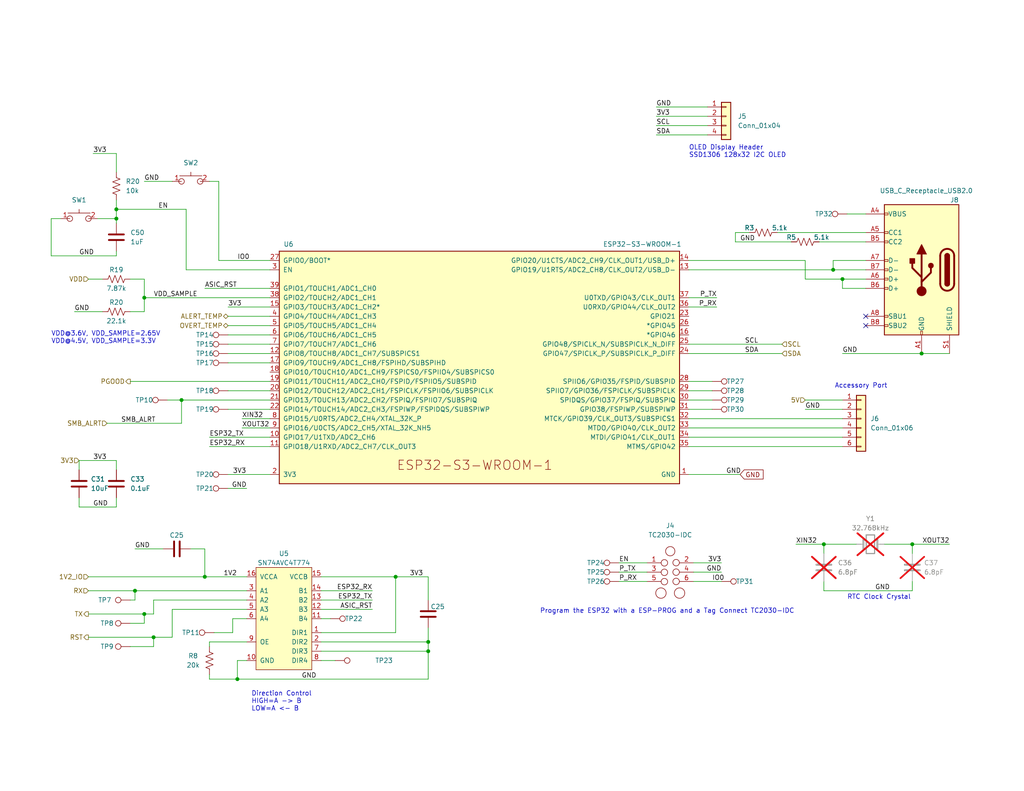
<source format=kicad_sch>
(kicad_sch (version 20231120) (generator "eeschema") (generator_version "8.0")
  (paper "A")
  (title_block (title "bitaxeHex") (date "2024-03-09") (rev "701"))
  (lib_symbols
    (symbol "Connector:TestPoint" (pin_numbers hide) (pin_names (offset 0.762) hide)
      (property "Reference" "TP" (at 0 6.858 0))
      (property "Value" "TestPoint" (at 0 5.08 0))
      (symbol "TestPoint_0_1"
        (circle (center 0 3.302) (radius 0.762))
      )
      (symbol "TestPoint_1_1"
        (pin passive line (at 0 0 90) (length 2.54) (name "1") (number "1"))
      )
    )
    (symbol "Connector:USB_C_Receptacle_USB2.0" (pin_names (offset 1.016))
      (property "Reference" "J" (at -10.16 19.05 0))
      (property "Value" "USB_C_Receptacle_USB2.0" (at 19.05 19.05 0))
      (symbol "USB_C_Receptacle_USB2.0_0_0"
        (rectangle (start -0.254 -17.78) (end 0.254 -16.764))
        (rectangle (start 10.16 -14.986) (end 9.144 -15.494))
        (rectangle (start 10.16 -12.446) (end 9.144 -12.954))
        (rectangle (start 10.16 -4.826) (end 9.144 -5.334))
        (rectangle (start 10.16 -2.286) (end 9.144 -2.794))
        (rectangle (start 10.16 0.254) (end 9.144 -0.254))
        (rectangle (start 10.16 2.794) (end 9.144 2.286))
        (rectangle (start 10.16 7.874) (end 9.144 7.366))
        (rectangle (start 10.16 10.414) (end 9.144 9.906))
        (rectangle (start 10.16 15.494) (end 9.144 14.986))
      )
      (symbol "USB_C_Receptacle_USB2.0_0_1"
        (rectangle (start -10.16 17.78) (end 10.16 -17.78) (stroke (width 0.254)) (fill (type background)))
        (arc (start -8.89 -3.81) (mid -6.985 -5.7067) (end -5.08 -3.81) (stroke (width 0.508)))
        (arc (start -7.62 -3.81) (mid -6.985 -4.4423) (end -6.35 -3.81) (stroke (width 0.254)))
        (arc (start -7.62 -3.81) (mid -6.985 -4.4423) (end -6.35 -3.81) (stroke (width 0.254)) (fill (type outline)))
        (rectangle (start -7.62 -3.81) (end -6.35 3.81) (stroke (width 0.254)) (fill (type outline)))
        (arc (start -6.35 3.81) (mid -6.985 4.4423) (end -7.62 3.81) (stroke (width 0.254)))
        (arc (start -6.35 3.81) (mid -6.985 4.4423) (end -7.62 3.81) (stroke (width 0.254)) (fill (type outline)))
        (arc (start -5.08 3.81) (mid -6.985 5.7067) (end -8.89 3.81) (stroke (width 0.508)))
        (circle (center -2.54 1.143) (radius 0.635) (stroke (width 0.254)) (fill (type outline)))
        (circle (center 0 -5.842) (radius 1.27) (fill (type outline)))
        (polyline (pts (xy -8.89 -3.81) (xy -8.89 3.81)) (stroke (width 0.508)))
        (polyline (pts (xy -5.08 3.81) (xy -5.08 -3.81)) (stroke (width 0.508)))
        (polyline (pts (xy 0 -5.842) (xy 0 4.318)) (stroke (width 0.508)))
        (polyline (pts (xy 0 -3.302) (xy -2.54 -0.762) (xy -2.54 0.508)) (stroke (width 0.508)))
        (polyline (pts (xy 0 -2.032) (xy 2.54 0.508) (xy 2.54 1.778)) (stroke (width 0.508)))
        (polyline (pts (xy -1.27 4.318) (xy 0 6.858) (xy 1.27 4.318) (xy -1.27 4.318)) (stroke (width 0.254)) (fill (type outline)))
        (rectangle (start 1.905 1.778) (end 3.175 3.048) (stroke (width 0.254)) (fill (type outline)))
      )
      (symbol "USB_C_Receptacle_USB2.0_1_1"
        (pin passive line (at 0 -22.86 90) (length 5.08) (name "GND") (number "A1"))
        (pin passive line (at 0 -22.86 90) (length 5.08) hide (name "GND") (number "A12"))
        (pin passive line (at 15.24 15.24 180) (length 5.08) (name "VBUS") (number "A4"))
        (pin bidirectional line (at 15.24 10.16 180) (length 5.08) (name "CC1") (number "A5"))
        (pin bidirectional line (at 15.24 -2.54 180) (length 5.08) (name "D+") (number "A6"))
        (pin bidirectional line (at 15.24 2.54 180) (length 5.08) (name "D-") (number "A7"))
        (pin bidirectional line (at 15.24 -12.7 180) (length 5.08) (name "SBU1") (number "A8"))
        (pin passive line (at 15.24 15.24 180) (length 5.08) hide (name "VBUS") (number "A9"))
        (pin passive line (at 0 -22.86 90) (length 5.08) hide (name "GND") (number "B1"))
        (pin passive line (at 0 -22.86 90) (length 5.08) hide (name "GND") (number "B12"))
        (pin passive line (at 15.24 15.24 180) (length 5.08) hide (name "VBUS") (number "B4"))
        (pin bidirectional line (at 15.24 7.62 180) (length 5.08) (name "CC2") (number "B5"))
        (pin bidirectional line (at 15.24 -5.08 180) (length 5.08) (name "D+") (number "B6"))
        (pin bidirectional line (at 15.24 0 180) (length 5.08) (name "D-") (number "B7"))
        (pin bidirectional line (at 15.24 -15.24 180) (length 5.08) (name "SBU2") (number "B8"))
        (pin passive line (at 15.24 15.24 180) (length 5.08) hide (name "VBUS") (number "B9"))
        (pin passive line (at -7.62 -22.86 90) (length 5.08) (name "SHIELD") (number "S1"))
      )
    )
    (symbol "Connector_Generic:Conn_01x04" (pin_names (offset 1.016) hide)
      (property "Reference" "J" (at 0 5.08 0))
      (property "Value" "Conn_01x04" (at 0 -7.62 0))
      (symbol "Conn_01x04_1_1"
        (rectangle (start -1.27 -4.953) (end 0 -5.207) (stroke (width 0.1524)))
        (rectangle (start -1.27 -2.413) (end 0 -2.667) (stroke (width 0.1524)))
        (rectangle (start -1.27 0.127) (end 0 -0.127) (stroke (width 0.1524)))
        (rectangle (start -1.27 2.667) (end 0 2.413) (stroke (width 0.1524)))
        (rectangle (start -1.27 3.81) (end 1.27 -6.35) (stroke (width 0.254)) (fill (type background)))
        (pin passive line (at -5.08 2.54 0) (length 3.81) (name "Pin_1") (number "1"))
        (pin passive line (at -5.08 0 0) (length 3.81) (name "Pin_2") (number "2"))
        (pin passive line (at -5.08 -2.54 0) (length 3.81) (name "Pin_3") (number "3"))
        (pin passive line (at -5.08 -5.08 0) (length 3.81) (name "Pin_4") (number "4"))
      )
    )
    (symbol "Connector_Generic:Conn_01x06" (pin_names (offset 1.016) hide)
      (property "Reference" "J" (at 0 7.62 0))
      (property "Value" "Conn_01x06" (at 0 -10.16 0))
      (symbol "Conn_01x06_1_1"
        (rectangle (start -1.27 -7.493) (end 0 -7.747) (stroke (width 0.1524)))
        (rectangle (start -1.27 -4.953) (end 0 -5.207) (stroke (width 0.1524)))
        (rectangle (start -1.27 -2.413) (end 0 -2.667) (stroke (width 0.1524)))
        (rectangle (start -1.27 0.127) (end 0 -0.127) (stroke (width 0.1524)))
        (rectangle (start -1.27 2.667) (end 0 2.413) (stroke (width 0.1524)))
        (rectangle (start -1.27 5.207) (end 0 4.953) (stroke (width 0.1524)))
        (rectangle (start -1.27 6.35) (end 1.27 -8.89) (stroke (width 0.254)) (fill (type background)))
        (pin passive line (at -5.08 5.08 0) (length 3.81) (name "Pin_1") (number "1"))
        (pin passive line (at -5.08 2.54 0) (length 3.81) (name "Pin_2") (number "2"))
        (pin passive line (at -5.08 0 0) (length 3.81) (name "Pin_3") (number "3"))
        (pin passive line (at -5.08 -2.54 0) (length 3.81) (name "Pin_4") (number "4"))
        (pin passive line (at -5.08 -5.08 0) (length 3.81) (name "Pin_5") (number "5"))
        (pin passive line (at -5.08 -7.62 0) (length 3.81) (name "Pin_6") (number "6"))
      )
    )
    (symbol "Device:C" (pin_numbers hide) (pin_names (offset 0.254))
      (property "Reference" "C" (at 0.635 2.54 0))
      (property "Value" "C" (at 0.635 -2.54 0))
      (symbol "C_0_1"
        (polyline (pts (xy -2.032 -0.762) (xy 2.032 -0.762)) (stroke (width 0.508)))
        (polyline (pts (xy -2.032 0.762) (xy 2.032 0.762)) (stroke (width 0.508)))
      )
      (symbol "C_1_1"
        (pin passive line (at 0 3.81 270) (length 2.794) (name "~") (number "1"))
        (pin passive line (at 0 -3.81 90) (length 2.794) (name "~") (number "2"))
      )
    )
    (symbol "Device:Crystal" (pin_numbers hide) (pin_names (offset 1.016) hide)
      (property "Reference" "Y" (at 0 3.81 0))
      (property "Value" "Crystal" (at 0 -3.81 0))
      (symbol "Crystal_0_1"
        (rectangle (start -1.143 2.54) (end 1.143 -2.54) (stroke (width 0.3048)))
        (polyline (pts (xy -2.54 0) (xy -1.905 0)))
        (polyline (pts (xy -1.905 -1.27) (xy -1.905 1.27)) (stroke (width 0.508)))
        (polyline (pts (xy 1.905 -1.27) (xy 1.905 1.27)) (stroke (width 0.508)))
        (polyline (pts (xy 2.54 0) (xy 1.905 0)))
      )
      (symbol "Crystal_1_1"
        (pin passive line (at -3.81 0 0) (length 1.27) (name "1") (number "1"))
        (pin passive line (at 3.81 0 180) (length 1.27) (name "2") (number "2"))
      )
    )
    (symbol "Device:R_US" (pin_numbers hide) (pin_names (offset 0))
      (property "Reference" "R" (at 2.54 0 90))
      (property "Value" "R_US" (at -2.54 0 90))
      (symbol "R_US_0_1"
        (polyline (pts (xy 0 -2.286) (xy 0 -2.54)))
        (polyline (pts (xy 0 2.286) (xy 0 2.54)))
        (polyline (pts (xy 0 -0.762) (xy 1.016 -1.143) (xy 0 -1.524) (xy -1.016 -1.905) (xy 0 -2.286)))
        (polyline (pts (xy 0 0.762) (xy 1.016 0.381) (xy 0 0) (xy -1.016 -0.381) (xy 0 -0.762)))
        (polyline (pts (xy 0 2.286) (xy 1.016 1.905) (xy 0 1.524) (xy -1.016 1.143) (xy 0 0.762)))
      )
      (symbol "R_US_1_1"
        (pin passive line (at 0 3.81 270) (length 1.27) (name "~") (number "1"))
        (pin passive line (at 0 -3.81 90) (length 1.27) (name "~") (number "2"))
      )
    )
    (symbol "bitaxe:ESP32-S3-WROOM-1" (pin_names (offset 1.016))
      (property "Reference" "U12" (at -50.8 34.925 0))
      (property "Value" "ESP32-S3-WROOM-1" (at 45.72 34.925 0))
      (symbol "ESP32-S3-WROOM-1_0_0"
        (rectangle (start -53.34 33.02) (end 55.88 -30.48) (stroke (width 0.254)) (fill (type background)))
        (text "ESP32-S3-WROOM-1" (at 0 -25.4 0) (effects (font (size 2.54 2.54))))
        (pin power_in line (at 58.42 -27.94 180) (length 2.54) (name "GND") (number "1"))
        (pin bidirectional line (at -55.88 -17.78 0) (length 2.54) (name "GPIO17/U1TXD/ADC2_CH6") (number "10"))
        (pin bidirectional line (at -55.88 -20.32 0) (length 2.54) (name "GPIO18/U1RXD/ADC2_CH7/CLK_OUT3") (number "11"))
        (pin bidirectional line (at -55.88 5.08 0) (length 2.54) (name "GPIO8/TOUCH8/ADC1_CH7/SUBSPICS1") (number "12"))
        (pin bidirectional line (at 58.42 27.94 180) (length 2.54) (name "GPIO19/U1RTS/ADC2_CH8/CLK_OUT2/USB_D-") (number "13"))
        (pin bidirectional line (at 58.42 30.48 180) (length 2.54) (name "GPIO20/U1CTS/ADC2_CH9/CLK_OUT1/USB_D+") (number "14"))
        (pin bidirectional line (at -55.88 17.78 0) (length 2.54) (name "GPIO3/TOUCH3/ADC1_CH2*") (number "15"))
        (pin bidirectional line (at 58.42 10.16 180) (length 2.54) (name "*GPIO46") (number "16"))
        (pin bidirectional line (at -55.88 2.54 0) (length 2.54) (name "GPIO9/TOUCH9/ADC1_CH8/FSPIHD/SUBSPIHD") (number "17"))
        (pin bidirectional line (at -55.88 0 0) (length 2.54) (name "GPIO10/TOUCH10/ADC1_CH9/FSPICS0/FSPIIO4/SUBSPICS0") (number "18"))
        (pin bidirectional line (at -55.88 -2.54 0) (length 2.54) (name "GPIO11/TOUCH11/ADC2_CH0/FSPID/FSPIIO5/SUBSPID") (number "19"))
        (pin power_in line (at -55.88 -27.94 0) (length 2.54) (name "3V3") (number "2"))
        (pin bidirectional line (at -55.88 -5.08 0) (length 2.54) (name "GPIO12/TOUCH12/ADC2_CH1/FSPICLK/FSPIIO6/SUBSPICLK") (number "20"))
        (pin bidirectional line (at -55.88 -7.62 0) (length 2.54) (name "GPIO13/TOUCH13/ADC2_CH2/FSPIQ/FSPIIO7/SUBSPIQ") (number "21"))
        (pin bidirectional line (at -55.88 -10.16 0) (length 2.54) (name "GPIO14/TOUCH14/ADC2_CH3/FSPIWP/FSPIDQS/SUBSPIWP") (number "22"))
        (pin bidirectional line (at 58.42 15.24 180) (length 2.54) (name "GPIO21") (number "23"))
        (pin bidirectional line (at 58.42 5.08 180) (length 2.54) (name "GPIO47/SPICLK_P/SUBSPICLK_P_DIFF") (number "24"))
        (pin bidirectional line (at 58.42 7.62 180) (length 2.54) (name "GPIO48/SPICLK_N/SUBSPICLK_N_DIFF") (number "25"))
        (pin bidirectional line (at 58.42 12.7 180) (length 2.54) (name "*GPIO45") (number "26"))
        (pin bidirectional line (at -55.88 30.48 0) (length 2.54) (name "GPIO0/BOOT*") (number "27"))
        (pin bidirectional line (at 58.42 -2.54 180) (length 2.54) (name "SPIIO6/GPIO35/FSPID/SUBSPID") (number "28"))
        (pin bidirectional line (at 58.42 -5.08 180) (length 2.54) (name "SPIIO7/GPIO36/FSPICLK/SUBSPICLK") (number "29"))
        (pin input line (at -55.88 27.94 0) (length 2.54) (name "EN") (number "3"))
        (pin bidirectional line (at 58.42 -7.62 180) (length 2.54) (name "SPIDQS/GPIO37/FSPIQ/SUBSPIQ") (number "30"))
        (pin bidirectional line (at 58.42 -10.16 180) (length 2.54) (name "GPIO38/FSPIWP/SUBSPIWP") (number "31"))
        (pin bidirectional line (at 58.42 -12.7 180) (length 2.54) (name "MTCK/GPIO39/CLK_OUT3/SUBSPICS1") (number "32"))
        (pin bidirectional line (at 58.42 -15.24 180) (length 2.54) (name "MTDO/GPIO40/CLK_OUT2") (number "33"))
        (pin bidirectional line (at 58.42 -17.78 180) (length 2.54) (name "MTDI/GPIO41/CLK_OUT1") (number "34"))
        (pin bidirectional line (at 58.42 -20.32 180) (length 2.54) (name "MTMS/GPIO42") (number "35"))
        (pin bidirectional line (at 58.42 17.78 180) (length 2.54) (name "U0RXD/GPIO44/CLK_OUT2") (number "36"))
        (pin bidirectional line (at 58.42 20.32 180) (length 2.54) (name "U0TXD/GPIO43/CLK_OUT1") (number "37"))
        (pin bidirectional line (at -55.88 20.32 0) (length 2.54) (name "GPIO2/TOUCH2/ADC1_CH1") (number "38"))
        (pin bidirectional line (at -55.88 22.86 0) (length 2.54) (name "GPIO1/TOUCH1/ADC1_CH0") (number "39"))
        (pin bidirectional line (at -55.88 15.24 0) (length 2.54) (name "GPIO4/TOUCH4/ADC1_CH3") (number "4"))
        (pin passive line (at 58.42 -27.94 180) (length 2.54) hide (name "GND") (number "40"))
        (pin passive line (at 58.42 -27.94 180) (length 2.54) hide (name "GND") (number "41"))
        (pin bidirectional line (at -55.88 12.7 0) (length 2.54) (name "GPIO5/TOUCH5/ADC1_CH4") (number "5"))
        (pin bidirectional line (at -55.88 10.16 0) (length 2.54) (name "GPIO6/TOUCH6/ADC1_CH5") (number "6"))
        (pin bidirectional line (at -55.88 7.62 0) (length 2.54) (name "GPIO7/TOUCH7/ADC1_CH6") (number "7"))
        (pin bidirectional line (at -55.88 -12.7 0) (length 2.54) (name "GPIO15/U0RTS/ADC2_CH4/XTAL_32K_P") (number "8"))
        (pin bidirectional line (at -55.88 -15.24 0) (length 2.54) (name "GPIO16/U0CTS/ADC2_CH5/XTAL_32K_NH5") (number "9"))
      )
    )
    (symbol "bitaxe:SN74AVC4T774" (pin_names (offset 1.016))
      (property "Reference" "U" (at -6.35 12.7 0))
      (property "Value" "SN74AVC4T774" (at -7.62 -19.05 0))
      (symbol "SN74AVC4T774_0_0"
        (rectangle (start -7.62 11.43) (end 7.62 -16.51) (stroke (width 0.1524)) (fill (type background)))
      )
      (symbol "SN74AVC4T774_1_0"
        (pin input line (at 10.16 -6.35 180) (length 2.54) (name "DIR1") (number "1"))
        (pin power_in line (at -10.16 -13.97 0) (length 2.54) (name "GND") (number "10"))
        (pin bidirectional line (at 10.16 -2.54 180) (length 2.54) (name "B4") (number "11"))
        (pin bidirectional line (at 10.16 0 180) (length 2.54) (name "B3") (number "12"))
        (pin bidirectional line (at 10.16 2.54 180) (length 2.54) (name "B2") (number "13"))
        (pin bidirectional line (at 10.16 5.08 180) (length 2.54) (name "B1") (number "14"))
        (pin power_in line (at 10.16 8.89 180) (length 2.54) (name "VCCB") (number "15"))
        (pin power_in line (at -10.16 8.89 0) (length 2.54) (name "VCCA") (number "16"))
        (pin input line (at 10.16 -8.89 180) (length 2.54) (name "DIR2") (number "2"))
        (pin bidirectional line (at -10.16 5.08 0) (length 2.54) (name "A1") (number "3"))
        (pin bidirectional line (at -10.16 2.54 0) (length 2.54) (name "A2") (number "4"))
        (pin bidirectional line (at -10.16 0 0) (length 2.54) (name "A3") (number "5"))
        (pin bidirectional line (at -10.16 -2.54 0) (length 2.54) (name "A4") (number "6"))
        (pin input line (at 10.16 -11.43 180) (length 2.54) (name "DIR3") (number "7"))
        (pin input line (at 10.16 -13.97 180) (length 2.54) (name "DIR4") (number "8"))
        (pin input line (at -10.16 -8.89 0) (length 2.54) (name "OE") (number "9"))
      )
    )
    (symbol "bitaxe:SWITCH-SPST"
      (property "Reference" "SW1" (at 0 3.81 0))
      (symbol "SWITCH-SPST_0_1"
        (circle (center -2.54 0) (radius 0.76))
        (polyline (pts (xy -3.05 1.52) (xy 3.05 1.52)))
        (polyline (pts (xy 0 1.52) (xy 0 2.54)))
        (circle (center 2.54 0) (radius 0.76))
        (pin unspecified line (at -5.08 0 0) (length 2.54) (name "~") (number "1"))
        (pin unspecified line (at 5.08 0 180) (length 2.54) (name "~") (number "2"))
      )
    )
    (symbol "bitaxe:TC2030-IDC-NL" (pin_names (offset 1.016) hide)
      (property "Reference" "J5" (at 0 12.7 0))
      (property "Value" "TC2030-IDC" (at 0 10.16 0))
      (symbol "TC2030-IDC-NL_0_1"
        (circle (center -2.54 -5.715) (radius 1.4224))
        (circle (center -1.6002 2.54) (radius 0.889))
        (circle (center 0 5.715) (radius 1.27))
      )
      (symbol "TC2030-IDC-NL_1_1"
        (circle (center -1.6002 -2.5908) (radius 0.889))
        (circle (center -1.6002 -0.0508) (radius 0.889))
        (circle (center 1.6002 -2.54) (radius 0.889))
        (circle (center 1.6002 0) (radius 0.889))
        (circle (center 1.6002 2.5908) (radius 0.889))
        (circle (center 2.54 -5.715) (radius 1.4224))
        (pin passive line (at -6.35 2.54 0) (length 3.81) (name "Pin_1") (number "1"))
        (pin passive line (at 6.35 2.54 180) (length 3.81) (name "Pin_2") (number "2"))
        (pin passive line (at -6.35 0 0) (length 3.81) (name "Pin_3") (number "3"))
        (pin passive line (at 6.35 0 180) (length 3.81) (name "Pin_4") (number "4"))
        (pin passive line (at -6.35 -2.54 0) (length 3.81) (name "Pin_5") (number "5"))
        (pin passive line (at 6.35 -2.54 180) (length 3.81) (name "Pin_6") (number "6"))
      )
    )
  )
  (junction (at 31.75 57.15))
  (junction (at 49.53 109.22))
  (junction (at 224.79 148.59))
  (junction (at 116.84 177.8))
  (junction (at 107.95 157.48))
  (junction (at 41.91 173.99))
  (junction (at 116.84 175.26))
  (junction (at 251.46 96.52))
  (junction (at 39.37 81.28))
  (junction (at 39.37 167.64))
  (junction (at 248.92 148.59))
  (junction (at 64.77 185.42))
  (junction (at 36.83 161.29))
  (junction (at 229.87 76.2))
  (junction (at 31.75 59.69))
  (junction (at 55.88 157.48))
  (junction (at 227.33 73.66))
  (no_connect (at 236.22 86.36))
  (no_connect (at 236.22 88.9))
  (wire (pts (xy 107.95 157.48) (xy 116.84 157.48)))
  (wire (pts (xy 57.15 49.53) (xy 59.69 49.53)))
  (wire (pts (xy 39.37 49.53) (xy 46.99 49.53)))
  (wire (pts (xy 21.59 125.73) (xy 21.59 128.27)))
  (wire (pts (xy 219.71 111.76) (xy 229.87 111.76)))
  (wire (pts (xy 31.75 68.58) (xy 31.75 69.85)))
  (wire (pts (xy 187.96 129.54) (xy 201.93 129.54)))
  (wire (pts (xy 64.77 185.42) (xy 116.84 185.42)))
  (wire (pts (xy 67.31 175.26) (xy 57.15 175.26)))
  (wire (pts (xy 116.84 177.8) (xy 116.84 185.42)))
  (wire (pts (xy 67.31 180.34) (xy 64.77 180.34)))
  (wire (pts (xy 13.97 69.85) (xy 31.75 69.85)))
  (wire (pts (xy 39.37 85.09) (xy 35.56 85.09)))
  (wire (pts (xy 25.4 41.91) (xy 31.75 41.91)))
  (wire (pts (xy 87.63 157.48) (xy 107.95 157.48)))
  (wire (pts (xy 187.96 71.12) (xy 219.71 71.12)))
  (wire (pts (xy 50.8 57.15) (xy 31.75 57.15)))
  (wire (pts (xy 39.37 76.2) (xy 39.37 81.28)))
  (wire (pts (xy 241.3 148.59) (xy 248.92 148.59)))
  (wire (pts (xy 62.23 88.9) (xy 73.66 88.9)))
  (wire (pts (xy 189.23 156.21) (xy 196.85 156.21)))
  (wire (pts (xy 36.83 161.29) (xy 67.31 161.29)))
  (wire (pts (xy 187.96 111.76) (xy 194.31 111.76)))
  (wire (pts (xy 62.23 111.76) (xy 73.66 111.76)))
  (wire (pts (xy 31.75 138.43) (xy 21.59 138.43)))
  (wire (pts (xy 224.79 161.29) (xy 224.79 158.75)))
  (wire (pts (xy 229.87 78.74) (xy 236.22 78.74)))
  (wire (pts (xy 251.46 96.52) (xy 259.08 96.52)))
  (wire (pts (xy 63.5 168.91) (xy 67.31 168.91)))
  (wire (pts (xy 189.23 153.67) (xy 196.85 153.67)))
  (wire (pts (xy 87.63 161.29) (xy 101.6 161.29)))
  (wire (pts (xy 59.69 71.12) (xy 73.66 71.12)))
  (wire (pts (xy 31.75 59.69) (xy 31.75 60.96)))
  (wire (pts (xy 31.75 135.89) (xy 31.75 138.43)))
  (wire (pts (xy 36.83 163.83) (xy 36.83 161.29)))
  (wire (pts (xy 227.33 73.66) (xy 236.22 73.66)))
  (wire (pts (xy 62.23 86.36) (xy 73.66 86.36)))
  (wire (pts (xy 200.66 63.5) (xy 204.47 63.5)))
  (wire (pts (xy 229.87 96.52) (xy 251.46 96.52)))
  (wire (pts (xy 229.87 76.2) (xy 229.87 78.74)))
  (wire (pts (xy 87.63 175.26) (xy 116.84 175.26)))
  (wire (pts (xy 49.53 109.22) (xy 49.53 115.57)))
  (wire (pts (xy 219.71 76.2) (xy 229.87 76.2)))
  (wire (pts (xy 39.37 81.28) (xy 39.37 85.09)))
  (wire (pts (xy 248.92 148.59) (xy 259.08 148.59)))
  (wire (pts (xy 66.04 114.3) (xy 73.66 114.3)))
  (wire (pts (xy 87.63 166.37) (xy 101.6 166.37)))
  (wire (pts (xy 187.96 73.66) (xy 227.33 73.66)))
  (wire (pts (xy 87.63 163.83) (xy 101.6 163.83)))
  (wire (pts (xy 187.96 121.92) (xy 229.87 121.92)))
  (wire (pts (xy 45.72 109.22) (xy 49.53 109.22)))
  (wire (pts (xy 35.56 176.53) (xy 41.91 176.53)))
  (wire (pts (xy 58.42 172.72) (xy 63.5 172.72)))
  (wire (pts (xy 217.17 148.59) (xy 224.79 148.59)))
  (wire (pts (xy 116.84 175.26) (xy 116.84 177.8)))
  (wire (pts (xy 224.79 161.29) (xy 248.92 161.29)))
  (wire (pts (xy 41.91 167.64) (xy 39.37 167.64)))
  (wire (pts (xy 224.79 148.59) (xy 224.79 151.13)))
  (wire (pts (xy 24.13 76.2) (xy 27.94 76.2)))
  (wire (pts (xy 219.71 109.22) (xy 229.87 109.22)))
  (wire (pts (xy 67.31 163.83) (xy 41.91 163.83)))
  (wire (pts (xy 20.32 85.09) (xy 27.94 85.09)))
  (wire (pts (xy 189.23 158.75) (xy 196.85 158.75)))
  (wire (pts (xy 59.69 49.53) (xy 59.69 71.12)))
  (wire (pts (xy 179.07 34.29) (xy 193.04 34.29)))
  (wire (pts (xy 57.15 175.26) (xy 57.15 176.53)))
  (wire (pts (xy 62.23 91.44) (xy 73.66 91.44)))
  (wire (pts (xy 200.66 66.04) (xy 200.66 63.5)))
  (wire (pts (xy 66.04 116.84) (xy 73.66 116.84)))
  (wire (pts (xy 49.53 109.22) (xy 73.66 109.22)))
  (wire (pts (xy 41.91 173.99) (xy 24.13 173.99)))
  (wire (pts (xy 187.96 114.3) (xy 229.87 114.3)))
  (wire (pts (xy 13.97 59.69) (xy 13.97 69.85)))
  (wire (pts (xy 187.96 109.22) (xy 194.31 109.22)))
  (wire (pts (xy 35.56 170.18) (xy 39.37 170.18)))
  (wire (pts (xy 52.07 149.86) (xy 55.88 149.86)))
  (wire (pts (xy 26.67 59.69) (xy 31.75 59.69)))
  (wire (pts (xy 87.63 180.34) (xy 91.44 180.34)))
  (wire (pts (xy 224.79 148.59) (xy 233.68 148.59)))
  (wire (pts (xy 73.66 81.28) (xy 39.37 81.28)))
  (wire (pts (xy 168.91 158.75) (xy 176.53 158.75)))
  (wire (pts (xy 87.63 168.91) (xy 90.17 168.91)))
  (wire (pts (xy 36.83 149.86) (xy 44.45 149.86)))
  (wire (pts (xy 39.37 167.64) (xy 24.13 167.64)))
  (wire (pts (xy 179.07 36.83) (xy 193.04 36.83)))
  (wire (pts (xy 62.23 133.35) (xy 67.31 133.35)))
  (wire (pts (xy 57.15 185.42) (xy 57.15 184.15)))
  (wire (pts (xy 62.23 96.52) (xy 73.66 96.52)))
  (wire (pts (xy 55.88 78.74) (xy 73.66 78.74)))
  (wire (pts (xy 227.33 71.12) (xy 227.33 73.66)))
  (wire (pts (xy 31.75 41.91) (xy 31.75 46.99)))
  (wire (pts (xy 187.96 81.28) (xy 195.58 81.28)))
  (wire (pts (xy 219.71 76.2) (xy 219.71 71.12)))
  (wire (pts (xy 229.87 76.2) (xy 236.22 76.2)))
  (wire (pts (xy 168.91 156.21) (xy 176.53 156.21)))
  (wire (pts (xy 62.23 83.82) (xy 73.66 83.82)))
  (wire (pts (xy 21.59 138.43) (xy 21.59 135.89)))
  (wire (pts (xy 73.66 73.66) (xy 50.8 73.66)))
  (wire (pts (xy 16.51 59.69) (xy 13.97 59.69)))
  (wire (pts (xy 187.96 106.68) (xy 194.31 106.68)))
  (wire (pts (xy 116.84 171.45) (xy 116.84 175.26)))
  (wire (pts (xy 248.92 148.59) (xy 248.92 151.13)))
  (wire (pts (xy 57.15 121.92) (xy 73.66 121.92)))
  (wire (pts (xy 55.88 149.86) (xy 55.88 157.48)))
  (wire (pts (xy 57.15 119.38) (xy 73.66 119.38)))
  (wire (pts (xy 31.75 54.61) (xy 31.75 57.15)))
  (wire (pts (xy 168.91 153.67) (xy 176.53 153.67)))
  (wire (pts (xy 187.96 116.84) (xy 229.87 116.84)))
  (wire (pts (xy 46.99 166.37) (xy 46.99 173.99)))
  (wire (pts (xy 215.9 66.04) (xy 200.66 66.04)))
  (wire (pts (xy 35.56 104.14) (xy 73.66 104.14)))
  (wire (pts (xy 62.23 99.06) (xy 73.66 99.06)))
  (wire (pts (xy 212.09 63.5) (xy 236.22 63.5)))
  (wire (pts (xy 41.91 163.83) (xy 41.91 167.64)))
  (wire (pts (xy 35.56 163.83) (xy 36.83 163.83)))
  (wire (pts (xy 46.99 173.99) (xy 41.91 173.99)))
  (wire (pts (xy 39.37 170.18) (xy 39.37 167.64)))
  (wire (pts (xy 87.63 177.8) (xy 116.84 177.8)))
  (wire (pts (xy 116.84 157.48) (xy 116.84 163.83)))
  (wire (pts (xy 187.96 83.82) (xy 195.58 83.82)))
  (wire (pts (xy 64.77 185.42) (xy 57.15 185.42)))
  (wire (pts (xy 107.95 172.72) (xy 107.95 157.48)))
  (wire (pts (xy 62.23 129.54) (xy 73.66 129.54)))
  (wire (pts (xy 248.92 158.75) (xy 248.92 161.29)))
  (wire (pts (xy 31.75 125.73) (xy 21.59 125.73)))
  (wire (pts (xy 35.56 76.2) (xy 39.37 76.2)))
  (wire (pts (xy 187.96 96.52) (xy 213.36 96.52)))
  (wire (pts (xy 24.13 161.29) (xy 36.83 161.29)))
  (wire (pts (xy 29.21 115.57) (xy 49.53 115.57)))
  (wire (pts (xy 223.52 66.04) (xy 236.22 66.04)))
  (wire (pts (xy 179.07 31.75) (xy 193.04 31.75)))
  (wire (pts (xy 231.14 58.42) (xy 236.22 58.42)))
  (wire (pts (xy 55.88 157.48) (xy 67.31 157.48)))
  (wire (pts (xy 31.75 128.27) (xy 31.75 125.73)))
  (wire (pts (xy 41.91 176.53) (xy 41.91 173.99)))
  (wire (pts (xy 62.23 106.68) (xy 73.66 106.68)))
  (wire (pts (xy 236.22 71.12) (xy 227.33 71.12)))
  (wire (pts (xy 187.96 104.14) (xy 194.31 104.14)))
  (wire (pts (xy 187.96 93.98) (xy 213.36 93.98)))
  (wire (pts (xy 63.5 172.72) (xy 63.5 168.91)))
  (wire (pts (xy 67.31 166.37) (xy 46.99 166.37)))
  (wire (pts (xy 62.23 93.98) (xy 73.66 93.98)))
  (wire (pts (xy 24.13 157.48) (xy 55.88 157.48)))
  (wire (pts (xy 31.75 57.15) (xy 31.75 59.69)))
  (wire (pts (xy 50.8 73.66) (xy 50.8 57.15)))
  (wire (pts (xy 187.96 119.38) (xy 229.87 119.38)))
  (wire (pts (xy 64.77 180.34) (xy 64.77 185.42)))
  (wire (pts (xy 87.63 172.72) (xy 107.95 172.72)))
  (wire (pts (xy 179.07 29.21) (xy 193.04 29.21)))
  (text "OLED Display Header\nSSD1306 128x32 I2C OLED" (at 187.96 43.18 0) (effects (font (size 1.27 1.27)) (justify left bottom)))
  (text "RTC Clock Crystal" (at 231.14 163.83 0) (effects (font (size 1.27 1.27)) (justify left bottom)))
  (text "Accessory Port" (at 234.95 105.41 0) (effects (font (size 1.27 1.27))))
  (text "Program the ESP32 with a ESP-PROG and a Tag Connect TC2030-IDC" (at 147.32 167.64 0) (effects (font (size 1.27 1.27)) (justify left bottom)))
  (text "VDD@3.6V, VDD_SAMPLE=2.65V\nVDD@4.5V, VDD_SAMPLE=3.3V\n" (at 13.97 93.98 0) (effects (font (size 1.27 1.27)) (justify left bottom)))
  (text "Direction Control\nHIGH=A -> B\nLOW=A <- B" (at 68.58 194.31 0) (effects (font (size 1.27 1.27)) (justify left bottom)))
  (label "EN" (at 43.18 57.15 0))
  (label "P_RX" (at 168.91 158.75 0))
  (label "GND" (at 229.87 96.52 0))
  (label "3V3" (at 111.76 157.48 0))
  (label "GND" (at 20.32 85.09 0))
  (label "3V3" (at 62.23 83.82 0))
  (label "1V2" (at 60.96 157.48 0))
  (label "SMB_ALRT" (at 33.02 115.57 0))
  (label "P_TX" (at 168.91 156.21 0))
  (label "EN" (at 168.91 153.67 0))
  (label "GND" (at 201.93 66.04 0))
  (label "XOUT32" (at 259.08 148.59 180))
  (label "P_RX" (at 195.58 83.82 180))
  (label "GND" (at 21.59 69.85 0))
  (label "GND" (at 25.4 138.43 0))
  (label "3V3" (at 63.5 129.54 0))
  (label "3V3" (at 179.07 31.75 0))
  (label "GND" (at 179.07 29.21 0))
  (label "GND" (at 219.71 111.76 0))
  (label "SDA" (at 203.2 96.52 0))
  (label "GND" (at 67.31 133.35 180))
  (label "ASIC_RST" (at 101.6 166.37 180))
  (label "XIN32" (at 66.04 114.3 0))
  (label "GND" (at 238.76 161.29 0))
  (label "GND" (at 39.37 49.53 0))
  (label "3V3" (at 196.85 153.67 180))
  (label "SDA" (at 179.07 36.83 0))
  (label "IO0" (at 194.31 158.75 0))
  (label "SCL" (at 203.2 93.98 0))
  (label "XOUT32" (at 66.04 116.84 0))
  (label "XIN32" (at 217.17 148.59 0))
  (label "GND" (at 198.12 129.54 0))
  (label "3V3" (at 25.4 125.73 0))
  (label "GND" (at 36.83 149.86 0))
  (label "IO0" (at 64.77 71.12 0))
  (label "P_TX" (at 195.58 81.28 180))
  (label "VDD_SAMPLE" (at 41.91 81.28 0))
  (label "SCL" (at 179.07 34.29 0))
  (label "GND" (at 196.85 156.21 180))
  (label "3V3" (at 25.4 41.91 0))
  (label "ESP32_TX" (at 101.6 163.83 180))
  (label "ESP32_RX" (at 57.15 121.92 0))
  (label "ESP32_RX" (at 101.6 161.29 180))
  (label "ASIC_RST" (at 55.88 78.74 0))
  (label "ESP32_TX" (at 57.15 119.38 0))
  (label "GND" (at 86.36 185.42 180))
  (global_label "GND" (shape input) (at 201.93 129.54 0) (property "Intersheetrefs" "${INTERSHEET_REFS}" (effects (hide yes))))
  (hierarchical_label "1V2_IO" (shape input) (at 24.13 157.48 180))
  (hierarchical_label "SMB_ALRT" (shape input) (at 29.21 115.57 180))
  (hierarchical_label "3V3" (shape input) (at 21.59 125.73 180))
  (hierarchical_label "OVERT_TEMP" (shape bidirectional) (at 62.23 88.9 180))
  (hierarchical_label "ALERT_TEMP" (shape bidirectional) (at 62.23 86.36 180))
  (hierarchical_label "SCL" (shape input) (at 213.36 93.98 0))
  (hierarchical_label "SDA" (shape input) (at 213.36 96.52 0))
  (hierarchical_label "5V" (shape input) (at 219.71 109.22 180))
  (hierarchical_label "VDD" (shape input) (at 24.13 76.2 180))
  (hierarchical_label "RST" (shape output) (at 24.13 173.99 180))
  (hierarchical_label "PGOOD" (shape output) (at 35.56 104.14 180))
  (hierarchical_label "TX" (shape output) (at 24.13 167.64 180))
  (hierarchical_label "RX" (shape input) (at 24.13 161.29 180))
  (symbol (lib_id "Device:R_US") (at 208.28 63.5 90) (unit 1)
    (property "Reference" "R3" (at 204.47 62.23 90))
    (property "Value" "5.1k" (at 212.725 62.23 90))
    (property "Footprint" "Resistor_SMD:R_0402_1005Metric" (effects (hide yes)))
    (property "DK" "13-RC0402FR-135K1LCT-ND" (effects (hide yes)))
    (property "PARTNO" "RC0402FR-135K1L" (effects (hide yes)))
  )
  (symbol (lib_id "Device:C") (at 31.75 64.77 0) (unit 1)
    (property "Reference" "C50" (at 35.56 63.4999 0) (effects (justify left)))
    (property "Value" "1uF" (at 35.56 66.0399 0) (effects (justify left)))
    (property "Footprint" "Capacitor_SMD:C_0402_1005Metric" (effects (hide yes)))
    (property "DK" "587-5514-1-ND" (effects (hide yes)))
    (property "PARTNO" "EMK105BJ105MV-F" (effects (hide yes)))
  )
  (symbol (lib_id "Connector:TestPoint") (at 62.23 93.98 90) (unit 1) (in_bom no)
    (property "Reference" "TP15" (at 55.88 93.98 90))
    (property "Value" "TestPoint" (effects (hide yes)))
    (property "Footprint" "TestPoint:TestPoint_Pad_D1.0mm" (effects (hide yes)))
  )
  (symbol (lib_id "Device:R_US") (at 31.75 76.2 270) (unit 1)
    (property "Reference" "R19" (at 31.75 73.66 90))
    (property "Value" "7.87k" (at 31.75 78.74 90))
    (property "Footprint" "Resistor_SMD:R_0402_1005Metric" (effects (hide yes)))
    (property "DK" "311-7.87KLRCT-ND" (effects (hide yes)))
    (property "PARTNO" "RC0402FR-077K87L" (effects (hide yes)))
  )
  (symbol (lib_id "Connector:TestPoint") (at 194.31 104.14 270) (mirror x) (unit 1) (in_bom no)
    (property "Reference" "TP27" (at 200.66 104.14 90))
    (property "Value" "TestPoint" (effects (hide yes)))
    (property "Footprint" "TestPoint:TestPoint_Pad_D1.0mm" (effects (hide yes)))
  )
  (symbol (lib_id "Device:C") (at 224.79 154.94 0) (unit 1) (in_bom no) (dnp yes)
    (property "Reference" "C36" (at 228.6 153.6699 0) (effects (justify left)))
    (property "Value" "6.8pF" (at 228.6 156.2099 0) (effects (justify left)))
    (property "Footprint" "Capacitor_SMD:C_0402_1005Metric" (effects (hide yes)))
    (property "DK" "399-C0402C689C5GAC7867CT-ND" (effects (hide yes)))
    (property "PARTNO" "C0402C689C5GAC7867" (effects (hide yes)))
  )
  (symbol (lib_id "Device:C") (at 116.84 167.64 0) (unit 1)
    (property "Reference" "C25" (at 117.475 166.37 0) (effects (justify left bottom)))
    (property "Value" "311-3342-1-ND" (effects (hide yes)))
    (property "Footprint" "Capacitor_SMD:C_0402_1005Metric" (effects (hide yes)))
    (property "DK" "478-KGM05AR71C104KHCT-ND" (effects (hide yes)))
    (property "PARTNO" "KGM05AR71C104KH" (effects (hide yes)))
    (instances (project "Hashat" (path "" (reference "C25") (unit 1))) (project "bitaxeHex" (path "" (reference "C35") (unit 1))))
  )
  (symbol (lib_id "Device:C") (at 48.26 149.86 90) (unit 1)
    (property "Reference" "C25" (at 50.165 145.415 90) (effects (justify left bottom)))
    (property "Value" "311-3342-1-ND" (effects (hide yes)))
    (property "Footprint" "Capacitor_SMD:C_0402_1005Metric" (effects (hide yes)))
    (property "DK" "478-KGM05AR71C104KHCT-ND" (effects (hide yes)))
    (property "PARTNO" "KGM05AR71C104KH" (effects (hide yes)))
    (instances (project "Hashat" (path "" (reference "C25") (unit 1))) (project "bitaxeHex" (path "" (reference "C34") (unit 1))))
  )
  (symbol (lib_id "Connector:TestPoint") (at 35.56 163.83 90) (mirror x) (unit 1) (in_bom no)
    (property "Reference" "TP7" (at 28.575 163.83 90))
    (property "Value" "TestPoint" (effects (hide yes)))
    (property "Footprint" "TestPoint:TestPoint_Pad_D1.0mm" (effects (hide yes)))
  )
  (symbol (lib_id "Device:C") (at 31.75 132.08 0) (unit 1)
    (property "Reference" "C33" (at 35.56 130.8099 0) (effects (justify left)))
    (property "Value" "0.1uF" (at 35.56 133.3499 0) (effects (justify left)))
    (property "Footprint" "Capacitor_SMD:C_0402_1005Metric" (effects (hide yes)))
    (property "DK" "478-KGM05AR71C104KHCT-ND" (effects (hide yes)))
    (property "PARTNO" "KGM05AR71C104KH" (effects (hide yes)))
  )
  (symbol (lib_id "Connector:TestPoint") (at 62.23 96.52 90) (unit 1) (in_bom no)
    (property "Reference" "TP16" (at 55.88 96.52 90))
    (property "Value" "TestPoint" (effects (hide yes)))
    (property "Footprint" "TestPoint:TestPoint_Pad_D1.0mm" (effects (hide yes)))
  )
  (symbol (lib_id "Connector:TestPoint") (at 231.14 58.42 90) (mirror x) (unit 1) (in_bom no)
    (property "Reference" "TP32" (at 224.79 58.42 90))
    (property "Value" "TestPoint" (effects (hide yes)))
    (property "Footprint" "TestPoint:TestPoint_Pad_D1.0mm" (effects (hide yes)))
  )
  (symbol (lib_id "Connector_Generic:Conn_01x04") (at 198.12 31.75 0) (unit 1) (in_bom no)
    (property "Reference" "J5" (at 201.295 31.75 0) (effects (justify left)))
    (property "Value" "Conn_01x04" (at 201.295 34.29 0) (effects (justify left)))
    (property "Footprint" "Connector_PinHeader_2.54mm:PinHeader_1x04_P2.54mm_Vertical" (effects (hide yes)))
  )
  (symbol (lib_id "Connector:TestPoint") (at 194.31 109.22 270) (mirror x) (unit 1) (in_bom no)
    (property "Reference" "TP29" (at 200.66 109.22 90))
    (property "Value" "TestPoint" (effects (hide yes)))
    (property "Footprint" "TestPoint:TestPoint_Pad_D1.0mm" (effects (hide yes)))
  )
  (symbol (lib_id "Device:R_US") (at 219.71 66.04 90) (unit 1)
    (property "Reference" "R5" (at 215.9 64.77 90))
    (property "Value" "5.1k" (at 224.155 64.77 90))
    (property "Footprint" "Resistor_SMD:R_0402_1005Metric" (effects (hide yes)))
    (property "DK" "13-RC0402FR-135K1LCT-ND" (effects (hide yes)))
    (property "PARTNO" "RC0402FR-135K1L" (effects (hide yes)))
  )
  (symbol (lib_id "Connector:TestPoint") (at 62.23 99.06 90) (unit 1) (in_bom no)
    (property "Reference" "TP17" (at 55.88 99.06 90))
    (property "Value" "TestPoint" (effects (hide yes)))
    (property "Footprint" "TestPoint:TestPoint_Pad_D1.0mm" (effects (hide yes)))
  )
  (symbol (lib_id "Device:C") (at 248.92 154.94 0) (unit 1) (in_bom no) (dnp yes)
    (property "Reference" "C37" (at 252.095 153.6699 0) (effects (justify left)))
    (property "Value" "6.8pF" (at 252.095 156.2099 0) (effects (justify left)))
    (property "Footprint" "Capacitor_SMD:C_0402_1005Metric" (effects (hide yes)))
    (property "DK" "399-C0402C689C5GAC7867CT-ND" (effects (hide yes)))
    (property "PARTNO" "C0402C689C5GAC7867" (effects (hide yes)))
  )
  (symbol (lib_id "bitaxe:SWITCH-SPST") (at 52.07 49.53 0) (unit 1)
    (property "Reference" "SW2" (at 52.07 44.45 0))
    (property "Value" "SWITCH-SPST" (effects (hide yes)))
    (property "Footprint" "bitaxe:TL3340-switch" (effects (hide yes)))
    (property "Datasheet" "https://sten-eswitch-13110800-production.s3.amazonaws.com/system/asset/product_line/data_sheet/164/TL3340.pdf" (effects (hide yes)))
    (property "PARTNO" "TL3340AF160QG" (effects (hide yes)))
    (property "DK" "EG4627CT-ND" (effects (hide yes)))
  )
  (symbol (lib_id "Connector:TestPoint") (at 90.17 168.91 270) (mirror x) (unit 1) (in_bom no)
    (property "Reference" "TP22" (at 96.52 168.91 90))
    (property "Value" "TestPoint" (effects (hide yes)))
    (property "Footprint" "TestPoint:TestPoint_Pad_D1.0mm" (effects (hide yes)))
  )
  (symbol (lib_id "Connector:TestPoint") (at 194.31 111.76 270) (mirror x) (unit 1) (in_bom no)
    (property "Reference" "TP30" (at 200.66 111.76 90))
    (property "Value" "TestPoint" (effects (hide yes)))
    (property "Footprint" "TestPoint:TestPoint_Pad_D1.0mm" (effects (hide yes)))
  )
  (symbol (lib_id "Connector:TestPoint") (at 58.42 172.72 90) (mirror x) (unit 1) (in_bom no)
    (property "Reference" "TP11" (at 52.07 172.72 90))
    (property "Value" "TestPoint" (effects (hide yes)))
    (property "Footprint" "TestPoint:TestPoint_Pad_D1.0mm" (effects (hide yes)))
  )
  (symbol (lib_id "Connector:TestPoint") (at 62.23 133.35 90) (mirror x) (unit 1) (in_bom no)
    (property "Reference" "TP21" (at 55.88 133.35 90))
    (property "Value" "TestPoint" (effects (hide yes)))
    (property "Footprint" "TestPoint:TestPoint_Pad_D1.0mm" (effects (hide yes)))
  )
  (symbol (lib_id "Connector:TestPoint") (at 168.91 156.21 90) (mirror x) (unit 1) (in_bom no)
    (property "Reference" "TP25" (at 162.56 156.21 90))
    (property "Value" "TestPoint" (effects (hide yes)))
    (property "Footprint" "TestPoint:TestPoint_Pad_D1.0mm" (effects (hide yes)))
  )
  (symbol (lib_id "Connector:TestPoint") (at 196.85 158.75 270) (mirror x) (unit 1) (in_bom no)
    (property "Reference" "TP31" (at 203.2 158.75 90))
    (property "Value" "TestPoint" (effects (hide yes)))
    (property "Footprint" "TestPoint:TestPoint_Pad_D1.0mm" (effects (hide yes)))
  )
  (symbol (lib_id "Device:R_US") (at 31.75 50.8 0) (unit 1)
    (property "Reference" "R20" (at 34.29 49.5299 0) (effects (justify left)))
    (property "Value" "10k" (at 34.29 52.0699 0) (effects (justify left)))
    (property "Footprint" "Resistor_SMD:R_0402_1005Metric" (effects (hide yes)))
    (property "DK" "311-10KJRCT-ND" (effects (hide yes)))
    (property "PARTNO" "RC0402JR-0710KL" (effects (hide yes)))
  )
  (symbol (lib_id "Connector_Generic:Conn_01x06") (at 234.95 114.3 0) (unit 1)
    (property "Reference" "J6" (at 237.49 114.2999 0) (effects (justify left)))
    (property "Value" "Conn_01x06" (at 237.49 116.8399 0) (effects (justify left)))
    (property "Footprint" "Connector_PinHeader_2.54mm:PinHeader_1x06_P2.54mm_Vertical" (effects (hide yes)))
    (property "Description" "Generic connector, single row, 01x06, script generated (kicad-library-utils/schlib/autogen/connector/)" (effects (hide yes)))
  )
  (symbol (lib_id "Connector:TestPoint") (at 91.44 180.34 270) (mirror x) (unit 1) (in_bom no)
    (property "Reference" "TP23" (at 104.775 180.34 90))
    (property "Value" "TestPoint" (effects (hide yes)))
    (property "Footprint" "TestPoint:TestPoint_Pad_D1.0mm" (effects (hide yes)))
  )
  (symbol (lib_id "Device:R_US") (at 31.75 85.09 90) (unit 1)
    (property "Reference" "R20" (at 31.75 82.55 90))
    (property "Value" "22.1k" (at 31.75 87.63 90))
    (property "Footprint" "Resistor_SMD:R_0402_1005Metric" (effects (hide yes)))
    (property "DK" "311-22.1KLRCT-ND" (effects (hide yes)))
    (property "PARTNO" "RC0402FR-0722K1L" (effects (hide yes)))
  )
  (symbol (lib_id "bitaxe:TC2030-IDC-NL") (at 182.88 156.21 0) (unit 1) (in_bom no)
    (property "Reference" "J4" (at 182.88 143.51 0))
    (property "Value" "TC2030-IDC" (at 182.88 146.05 0))
    (property "Footprint" "bitaxe:Tag-Connect_TC2030-IDC-NL_2x03_P1.27mm_Vertical" (effects (hide yes)))
  )
  (symbol (lib_id "Connector:TestPoint") (at 194.31 106.68 270) (mirror x) (unit 1) (in_bom no)
    (property "Reference" "TP28" (at 200.66 106.68 90))
    (property "Value" "TestPoint" (effects (hide yes)))
    (property "Footprint" "TestPoint:TestPoint_Pad_D1.0mm" (effects (hide yes)))
  )
  (symbol (lib_id "Device:C") (at 21.59 132.08 0) (unit 1)
    (property "Reference" "C31" (at 24.765 130.8099 0) (effects (justify left)))
    (property "Value" "10uF" (at 24.765 133.3499 0) (effects (justify left)))
    (property "Footprint" "Capacitor_SMD:C_0805_2012Metric" (effects (hide yes)))
    (property "DK" "490-18664-1-ND" (effects (hide yes)))
    (property "PARTNO" "GRM21BR61H106ME43L" (effects (hide yes)))
  )
  (symbol (lib_id "Device:Crystal") (at 237.49 148.59 0) (unit 1) (in_bom no) (dnp yes)
    (property "Reference" "Y1" (at 237.49 141.605 0))
    (property "Value" "32.768kHz" (at 237.49 144.145 0))
    (property "Footprint" "bitaxe:SC32S-7PF20PPM" (effects (hide yes)))
    (property "Datasheet" "https://www.sii.co.jp/en/quartz/files/2013/03/SC-32S_Leaflet_e20151217.pdf" (effects (hide yes)))
    (property "DK" "728-1074-1-ND" (effects (hide yes)))
    (property "PARTNO" "SC32S-7PF20PPM" (effects (hide yes)))
  )
  (symbol (lib_id "Connector:TestPoint") (at 62.23 91.44 90) (unit 1) (in_bom no)
    (property "Reference" "TP14" (at 55.88 91.44 90))
    (property "Value" "TestPoint" (effects (hide yes)))
    (property "Footprint" "TestPoint:TestPoint_Pad_D1.0mm" (effects (hide yes)))
  )
  (symbol (lib_id "Connector:TestPoint") (at 62.23 106.68 90) (mirror x) (unit 1) (in_bom no)
    (property "Reference" "TP18" (at 55.88 106.68 90))
    (property "Value" "TestPoint" (effects (hide yes)))
    (property "Footprint" "TestPoint:TestPoint_Pad_D1.0mm" (effects (hide yes)))
  )
  (symbol (lib_id "bitaxe:SN74AVC4T774") (at 77.47 166.37 0) (unit 1)
    (property "Reference" "U5" (at 77.47 151.13 0))
    (property "Value" "SN74AVC4T774" (at 77.47 153.67 0))
    (property "Footprint" "Package_SO:TSSOP-16_4.4x5mm_P0.65mm" (effects (hide yes)))
    (property "Datasheet" "https://www.ti.com/lit/ds/symlink/sn74avc4t774.pdf" (effects (hide yes)))
    (property "DK" "296-24739-1-ND" (effects (hide yes)))
    (property "PARTNO" "SN74AVC4T774PWR" (effects (hide yes)))
  )
  (symbol (lib_id "Connector:USB_C_Receptacle_USB2.0") (at 251.46 73.66 0) (mirror y) (unit 1)
    (property "Reference" "J8" (at 261.62 54.61 0) (effects (justify left)))
    (property "Value" "USB_C_Receptacle_USB2.0" (at 240.03 52.07 0) (effects (justify right)))
    (property "Footprint" "Connector_USB:USB_C_Receptacle_GCT_USB4105-xx-A_16P_TopMnt_Horizontal" (effects (hide yes)))
    (property "Datasheet" "https://gct.co/connector/usb4105" (effects (hide yes)))
    (property "DK" "2073-USB4105-GF-ACT-ND" (effects (hide yes)))
    (property "PARTNO" "USB4105-GF-A" (effects (hide yes)))
  )
  (symbol (lib_id "Connector:TestPoint") (at 62.23 111.76 90) (mirror x) (unit 1) (in_bom no)
    (property "Reference" "TP19" (at 55.88 111.76 90))
    (property "Value" "TestPoint" (effects (hide yes)))
    (property "Footprint" "TestPoint:TestPoint_Pad_D1.0mm" (effects (hide yes)))
  )
  (symbol (lib_id "Connector:TestPoint") (at 35.56 176.53 90) (mirror x) (unit 1) (in_bom no)
    (property "Reference" "TP9" (at 29.21 176.53 90))
    (property "Value" "TestPoint" (effects (hide yes)))
    (property "Footprint" "TestPoint:TestPoint_Pad_D1.0mm" (effects (hide yes)))
  )
  (symbol (lib_id "Connector:TestPoint") (at 62.23 129.54 90) (mirror x) (unit 1) (in_bom no)
    (property "Reference" "TP20" (at 55.88 129.54 90))
    (property "Value" "TestPoint" (effects (hide yes)))
    (property "Footprint" "TestPoint:TestPoint_Pad_D1.0mm" (effects (hide yes)))
  )
  (symbol (lib_id "Connector:TestPoint") (at 168.91 153.67 90) (mirror x) (unit 1) (in_bom no)
    (property "Reference" "TP24" (at 162.56 153.67 90))
    (property "Value" "TestPoint" (effects (hide yes)))
    (property "Footprint" "TestPoint:TestPoint_Pad_D1.0mm" (effects (hide yes)))
  )
  (symbol (lib_id "bitaxe:SWITCH-SPST") (at 21.59 59.69 0) (unit 1)
    (property "Reference" "SW1" (at 21.59 54.61 0))
    (property "Value" "SWITCH-SPST" (effects (hide yes)))
    (property "Footprint" "bitaxe:TL3340-switch" (effects (hide yes)))
    (property "Datasheet" "https://sten-eswitch-13110800-production.s3.amazonaws.com/system/asset/product_line/data_sheet/164/TL3340.pdf" (effects (hide yes)))
    (property "PARTNO" "TL3340AF160QG" (effects (hide yes)))
    (property "DK" "EG4627CT-ND" (effects (hide yes)))
  )
  (symbol (lib_id "Connector:TestPoint") (at 168.91 158.75 90) (mirror x) (unit 1) (in_bom no)
    (property "Reference" "TP26" (at 162.56 158.75 90))
    (property "Value" "TestPoint" (effects (hide yes)))
    (property "Footprint" "TestPoint:TestPoint_Pad_D1.0mm" (effects (hide yes)))
  )
  (symbol (lib_id "Connector:TestPoint") (at 45.72 109.22 90) (mirror x) (unit 1) (in_bom no)
    (property "Reference" "TP10" (at 39.37 109.22 90))
    (property "Value" "TestPoint" (effects (hide yes)))
    (property "Footprint" "TestPoint:TestPoint_Pad_D1.0mm" (effects (hide yes)))
  )
  (symbol (lib_id "Connector:TestPoint") (at 35.56 170.18 90) (mirror x) (unit 1) (in_bom no)
    (property "Reference" "TP8" (at 29.21 170.18 90))
    (property "Value" "TestPoint" (effects (hide yes)))
    (property "Footprint" "TestPoint:TestPoint_Pad_D1.0mm" (effects (hide yes)))
  )
  (symbol (lib_id "bitaxe:ESP32-S3-WROOM-1") (at 129.54 101.6 0) (unit 1)
    (property "Reference" "U6" (at 78.74 66.675 0))
    (property "Value" "ESP32-S3-WROOM-1" (at 175.26 66.675 0))
    (property "Footprint" "bitaxe:ESP32-S3-WROOM-1U" (effects (hide yes)))
    (property "Datasheet" "https://www.espressif.com/sites/default/files/documentation/esp32-s3-wroom-1_wroom-1u_datasheet_en.pdf" (effects (hide yes)))
    (property "DK" "1965-ESP32-S3-WROOM-1U-N16R8CT-ND" (effects (hide yes)))
    (property "PARTNO" "ESP32-S3-WROOM-1U-N16R8" (effects (hide yes)))
  )
  (symbol (lib_id "Device:R_US") (at 57.15 180.34 180) (unit 1)
    (property "Reference" "R8" (at 52.705 179.07 0))
    (property "Value" "20k" (at 52.705 181.61 0))
    (property "Footprint" "Resistor_SMD:R_0402_1005Metric" (effects (hide yes)))
    (property "DK" "311-20.0KLRCT-ND" (effects (hide yes)))
    (property "PARTNO" "RC0402FR-0720KL" (effects (hide yes)))
  )
)
</source>
